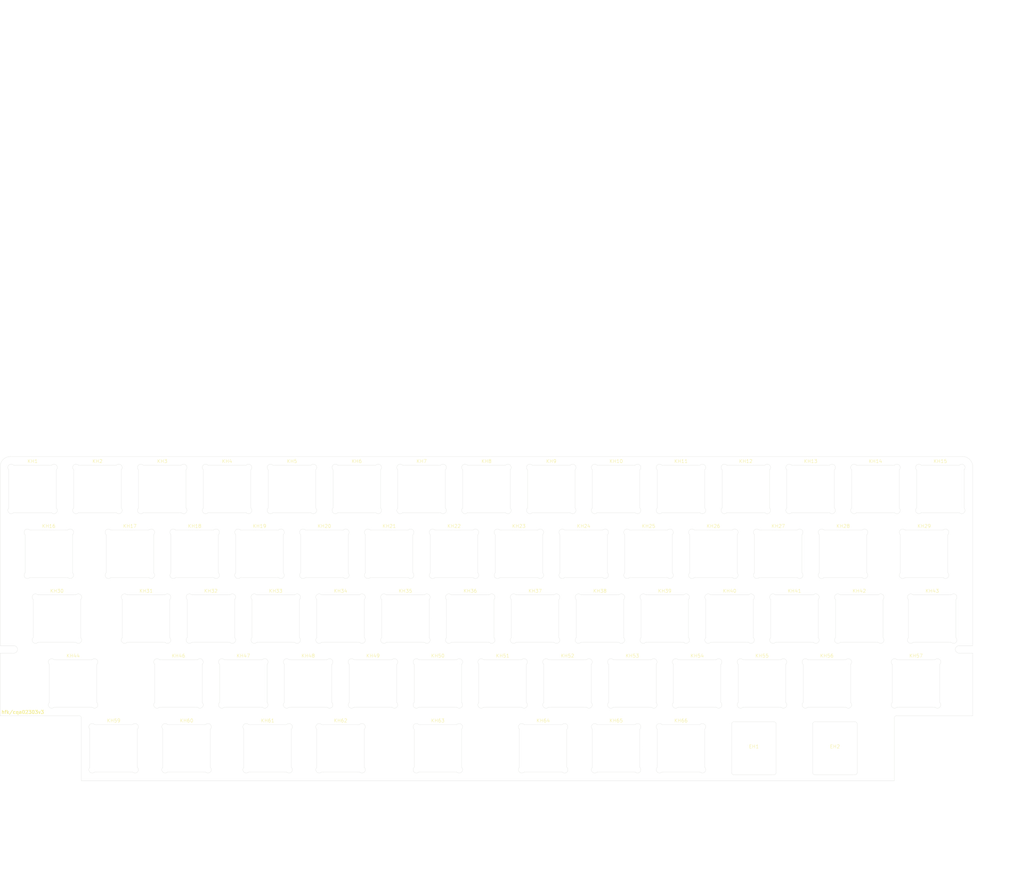
<source format=kicad_pcb>
(kicad_pcb (version 20241229) (generator "pcbnew") (generator_version "9.0")
  (layers (0 "F.Cu" signal) (2 "B.Cu" jumper) (13 "F.Paste" user) (15 "B.Paste" user) (5 "F.SilkS" user "F.Silkscreen") (7 "B.SilkS" user "B.Silkscreen") (1 "F.Mask" user) (3 "B.Mask" user) (25 "Edge.Cuts" user))
  (net 0 "")
  (footprint "HF:gh60_hole2_screw" (layer "F.Cu") (at 314.025 58.58))
  (footprint "HF:hf_kbd_swhole" (layer "F.Cu") (at 182.3875 96.98))
  (footprint "HF:hf_kbd_swhole" (layer "F.Cu") (at 272.875 39.83))
  (footprint "HF:hf_kbd_swhole" (layer "F.Cu") (at 301.45 58.88))
  (footprint "HF:hf_kbd_swhole" (layer "F.Cu") (at 144.2875 96.98))
  (footprint "HF:hf_kbd_swhole" (layer "F.Cu") (at 253.825 39.83))
  (footprint "HF:hf_kbd_swhole" (layer "F.Cu") (at 322.88125 96.98))
  (footprint "HF:hf_kbd_swhole" (layer "F.Cu") (at 168.1 58.88))
  (footprint "HF:hf_kbd_swhole" (layer "F.Cu") (at 132.38125 116.03))
  (footprint "HF:hf_kbd_swhole" (layer "F.Cu") (at 296.6875 96.98))
  (footprint "HF:hf_kbd_swhole" (layer "F.Cu") (at 206.2 58.88))
  (footprint "HF:hf_kbd_swhole" (layer "F.Cu") (at 177.625 39.83))
  (footprint "HF:hf_kbd_swhole" (layer "F.Cu") (at 82.375 39.83))
  (footprint "HF:hf_kbd_swhole" (layer "F.Cu") (at 163.3375 96.98))
  (footprint "HF:hf_kbd_swhole" (layer "F.Cu") (at 110.95 58.88))
  (footprint "HF:gh60_hole2_screw" (layer "F.Cu") (at 79.325 58.58))
  (footprint "HF:hf_kbd_swhole" (layer "F.Cu") (at 172.8625 77.93))
  (footprint "HF:gh60_hole2_screw" (layer "F.Cu") (at 244.68 115.88))
  (footprint "HF:hf_kbd_swhole" (layer "F.Cu") (at 244.3 58.88))
  (footprint "HF:hf_kbd_swhole" (layer "F.Cu") (at 106.1875 96.98))
  (footprint "HF:hf_kbd_swhole" (layer "F.Cu") (at 68.0875 58.88))
  (footprint "HF:EC12_swhole" (layer "F.Cu") (at 299.06875 116.03))
  (footprint "HF:hf_kbd_swhole" (layer "F.Cu") (at 253.825 116.03))
  (footprint "HF:hf_kbd_swhole" (layer "F.Cu") (at 115.7125 77.93))
  (footprint "HF:hf_kbd_swhole" (layer "F.Cu") (at 213.34375 116.03))
  (footprint "HF:hf_kbd_swhole" (layer "F.Cu") (at 325.2625 58.88))
  (footprint "HF:hf_kbd_swhole" (layer "F.Cu") (at 225.25 58.88))
  (footprint "HF:gh60_hole2_screw" (layer "F.Cu") (at 182.56 77.798))
  (footprint "HF:hf_kbd_swhole" (layer "F.Cu") (at 120.475 39.83))
  (footprint "HF:hf_kbd_swhole" (layer "F.Cu") (at 153.8125 77.93))
  (footprint "HF:hf_kbd_swhole" (layer "F.Cu") (at 220.4875 96.98))
  (footprint "HF:hf_kbd_swhole" (layer "F.Cu") (at 277.6375 96.98))
  (footprint "HF:hf_kbd_swhole" (layer "F.Cu") (at 330.025 39.83))
  (footprint "HF:hf_kbd_swhole" (layer "F.Cu") (at 187.15 58.88))
  (footprint "HF:hf_kbd_swhole" (layer "F.Cu") (at 153.8125 116.03))
  (footprint "HF:hf_kbd_swhole" (layer "F.Cu") (at 108.56875 116.03))
  (footprint "HF:hf_kbd_swhole" (layer "F.Cu") (at 268.1125 77.93))
  (footprint "HF:hf_kbd_swhole" (layer "F.Cu") (at 196.675 39.83))
  (footprint "HF:hf_kbd_swhole" (layer "F.Cu") (at 263.35 58.88))
  (footprint "HF:hf_kbd_swhole" (layer "F.Cu") (at 327.64375 77.93))
  (footprint "HF:EC12_swhole" (layer "F.Cu") (at 275.25625 116.03))
  (footprint "HF:hf_kbd_swhole" (layer "F.Cu") (at 125.2375 96.98))
  (footprint "HF:hf_kbd_swhole" (layer "F.Cu") (at 310.975 39.83))
  (footprint "HF:hf_kbd_swhole" (layer "F.Cu") (at 230.0125 77.93))
  (footprint "HF:hf_kbd_swhole" (layer "F.Cu") (at 210.9625 77.93))
  (footprint "HF:hf_kbd_swhole" (layer "F.Cu") (at 96.6625 77.93))
  (footprint "HF:hf_kbd_swhole" (layer "F.Cu") (at 234.775 116.03))
  (footprint "HF:hf_kbd_swhole" (layer "F.Cu") (at 87.1375 116.03))
  (footprint "HF:hf_kbd_swhole" (layer "F.Cu") (at 249.0625 77.93))
  (footprint "HF:hf_kbd_swhole" (layer "F.Cu") (at 91.9 58.88))
  (footprint "HF:hf_kbd_swhole" (layer "F.Cu") (at 215.725 39.83))
  (footprint "HF:hf_kbd_swhole" (layer "F.Cu") (at 291.925 39.83))
  (footprint "HF:hf_kbd_swhole" (layer "F.Cu") (at 258.5875 96.98))
  (footprint "HF:hf_kbd_swhole" (layer "F.Cu") (at 306.2125 77.93))
  (footprint "HF:hf_kbd_swhole" (layer "F.Cu") (at 130 58.88))
  (footprint "HF:hf_kbd_swhole" (layer "F.Cu") (at 63.325 39.83))
  (footprint "HF:hf_kbd_swhole" (layer "F.Cu") (at 134.7625 77.93))
  (footprint "HF:hf_kbd_swhole" (layer "F.Cu") (at 182.3875 116.03))
  (footprint "HF:hf_kbd_swhole" (layer "F.Cu") (at 191.9125 77.93))
  (footprint "HF:hf_kbd_swhole" (layer "F.Cu") (at 75.23125 96.98))
  (footprint "HF:hf_kbd_swhole" (layer "F.Cu") (at 149.05 58.88))
  (footprint "HF:hf_kbd_swhole" (layer "F.Cu") (at 139.525 39.83))
  (footprint "HF:hf_kbd_swhole" (layer "F.Cu") (at 282.4 58.88))
  (footprint "HF:hf_kbd_swhole" (layer "F.Cu") (at 158.575 39.83))
  (footprint "HF:hf_kbd_swhole" (layer "F.Cu") (at 201.4375 96.98))
  (footprint "HF:hf_kbd_swhole" (layer "F.Cu") (at 70.46875 77.93))
  (footprint "HF:hf_kbd_swhole" (layer "F.Cu") (at 287.1625 77.93))
  (footprint "HF:hf_kbd_swhole" (layer "F.Cu") (at 239.5375 96.98))
  (footprint "HF:hf_kbd_swhole" (layer "F.Cu") (at 101.425 39.83))
  (footprint "HF:hf_kbd_swhole" (layer "F.Cu") (at 234.775 39.83))
  (footprint "HF:2mmScrew_NPTH" (layer "B.Cu") (at 58.5625 99.36125 180))
  (footprint "HF:2mmScrew_NPTH" (layer "B.Cu") (at 96.6625 120.7925 180))
  (footprint "HF:2mmScrew_NPTH" (layer "B.Cu") (at 287.1625 116.03 180))
  (footprint "HF:2mmScrew_NPTH" (layer "B.Cu") (at 313.35625 66.02375 180))
  (footprint "HF:2mmScrew_NPTH" (layer "B.Cu") (at 79.99375 66.02375 180))
  (footprint "HF:2mmScrew_NPTH" (layer "B.Cu") (at 334.7875 99.36125 180))
  (gr_line (start 335.55 88.08) (end 339.55 88.08) (stroke (width 0.05)) (layer "Edge.Cuts"))
  (gr_arc (start 57.8 85.88) (mid 58.9 86.98) (end 57.8 88.08) (stroke (width 0.05)) (layer "Edge.Cuts"))
  (gr_line (start 339.55 88.08) (end 339.55 106.505) (stroke (width 0.05)) (layer "Edge.Cuts"))
  (gr_line (start 336.55 30.305) (end 56.8 30.305) (stroke (width 0.05)) (layer "Edge.Cuts"))
  (gr_line (start 57.8 85.88) (end 53.8 85.88) (stroke (width 0.05)) (layer "Edge.Cuts"))
  (gr_arc (start 335.55 88.08) (mid 334.45 86.98) (end 335.55 85.88) (stroke (width 0.05)) (layer "Edge.Cuts"))
  (gr_line (start 339.55 85.88) (end 339.55 33.305) (stroke (width 0.05)) (layer "Edge.Cuts"))
  (gr_arc (start 77.1125 106.505) (mid 77.466053 106.651447) (end 77.6125 107.005) (stroke (width 0.05)) (layer "Edge.Cuts"))
  (gr_line (start 53.8 88.08) (end 53.8 106.505) (stroke (width 0.05)) (layer "Edge.Cuts"))
  (gr_line (start 57.8 88.08) (end 53.8 88.08) (stroke (width 0.05)) (layer "Edge.Cuts"))
  (gr_line (start 53.8 106.505) (end 77.1125 106.505) (stroke (width 0.05)) (layer "Edge.Cuts"))
  (gr_arc (start 316.55 107.005) (mid 316.696447 106.651447) (end 317.05 106.505) (stroke (width 0.05)) (layer "Edge.Cuts"))
  (gr_line (start 53.8 33.305) (end 53.8 85.88) (stroke (width 0.05)) (layer "Edge.Cuts"))
  (gr_line (start 77.6125 125.555) (end 316.55 125.555) (stroke (width 0.05)) (layer "Edge.Cuts"))
  (gr_line (start 317.05 106.505) (end 339.55 106.505) (stroke (width 0.05)) (layer "Edge.Cuts"))
  (gr_arc (start 336.55 30.305) (mid 338.67132 31.18368) (end 339.55 33.305) (stroke (width 0.05)) (layer "Edge.Cuts"))
  (gr_line (start 316.55 125.555) (end 316.55 107.005) (stroke (width 0.05)) (layer "Edge.Cuts"))
  (gr_line (start 77.6125 107.005) (end 77.6125 125.555) (stroke (width 0.05)) (layer "Edge.Cuts"))
  (gr_line (start 335.55 85.88) (end 339.55 85.88) (stroke (width 0.05)) (layer "Edge.Cuts"))
  (gr_arc (start 53.8 33.305) (mid 54.67868 31.18368) (end 56.8 30.305) (stroke (width 0.05)) (layer "Edge.Cuts"))
  (gr_text "hfk/cqa02303v3" (at 54.054 105.997 0) (layer "F.SilkS") (effects (font (size 1 1) (thickness 0.2) (bold yes)) (justify left bottom)))
)
</source>
